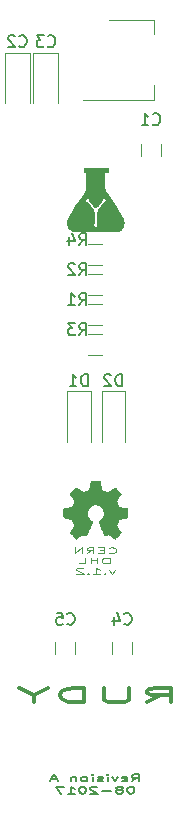
<source format=gbo>
G04 #@! TF.FileFunction,Legend,Bot*
%FSLAX46Y46*%
G04 Gerber Fmt 4.6, Leading zero omitted, Abs format (unit mm)*
G04 Created by KiCad (PCBNEW 4.0.7-e1-6374~58~ubuntu16.04.1) date Thu Aug 10 00:36:04 2017*
%MOMM*%
%LPD*%
G01*
G04 APERTURE LIST*
%ADD10C,0.100000*%
%ADD11C,0.125000*%
%ADD12C,0.300000*%
%ADD13C,0.150000*%
%ADD14C,0.120000*%
%ADD15C,0.010000*%
G04 APERTURE END LIST*
D10*
D11*
X77366666Y-101411571D02*
X77414285Y-101435381D01*
X77557142Y-101459190D01*
X77652380Y-101459190D01*
X77795238Y-101435381D01*
X77890476Y-101387762D01*
X77938095Y-101340143D01*
X77985714Y-101244905D01*
X77985714Y-101173476D01*
X77938095Y-101078238D01*
X77890476Y-101030619D01*
X77795238Y-100983000D01*
X77652380Y-100959190D01*
X77557142Y-100959190D01*
X77414285Y-100983000D01*
X77366666Y-101006810D01*
X76938095Y-101197286D02*
X76604761Y-101197286D01*
X76461904Y-101459190D02*
X76938095Y-101459190D01*
X76938095Y-100959190D01*
X76461904Y-100959190D01*
X75461904Y-101459190D02*
X75795238Y-101221095D01*
X76033333Y-101459190D02*
X76033333Y-100959190D01*
X75652380Y-100959190D01*
X75557142Y-100983000D01*
X75509523Y-101006810D01*
X75461904Y-101054429D01*
X75461904Y-101125857D01*
X75509523Y-101173476D01*
X75557142Y-101197286D01*
X75652380Y-101221095D01*
X76033333Y-101221095D01*
X75033333Y-101459190D02*
X75033333Y-100959190D01*
X74461904Y-101459190D01*
X74461904Y-100959190D01*
X77223810Y-101834190D02*
X77033333Y-101834190D01*
X76938095Y-101858000D01*
X76842857Y-101905619D01*
X76795238Y-102000857D01*
X76795238Y-102167524D01*
X76842857Y-102262762D01*
X76938095Y-102310381D01*
X77033333Y-102334190D01*
X77223810Y-102334190D01*
X77319048Y-102310381D01*
X77414286Y-102262762D01*
X77461905Y-102167524D01*
X77461905Y-102000857D01*
X77414286Y-101905619D01*
X77319048Y-101858000D01*
X77223810Y-101834190D01*
X76366667Y-102334190D02*
X76366667Y-101834190D01*
X76366667Y-102072286D02*
X75795238Y-102072286D01*
X75795238Y-102334190D02*
X75795238Y-101834190D01*
X74842857Y-102334190D02*
X75319048Y-102334190D01*
X75319048Y-101834190D01*
X77866666Y-102875857D02*
X77628571Y-103209190D01*
X77390475Y-102875857D01*
X77009523Y-103161571D02*
X76961904Y-103185381D01*
X77009523Y-103209190D01*
X77057142Y-103185381D01*
X77009523Y-103161571D01*
X77009523Y-103209190D01*
X76009523Y-103209190D02*
X76580952Y-103209190D01*
X76295238Y-103209190D02*
X76295238Y-102709190D01*
X76390476Y-102780619D01*
X76485714Y-102828238D01*
X76580952Y-102852048D01*
X75580952Y-103161571D02*
X75533333Y-103185381D01*
X75580952Y-103209190D01*
X75628571Y-103185381D01*
X75580952Y-103161571D01*
X75580952Y-103209190D01*
X75152381Y-102756810D02*
X75104762Y-102733000D01*
X75009524Y-102709190D01*
X74771428Y-102709190D01*
X74676190Y-102733000D01*
X74628571Y-102756810D01*
X74580952Y-102804429D01*
X74580952Y-102852048D01*
X74628571Y-102923476D01*
X75200000Y-103209190D01*
X74580952Y-103209190D01*
D12*
X80568285Y-114080857D02*
X81768285Y-113509429D01*
X82625428Y-114080857D02*
X82625428Y-112880857D01*
X81254000Y-112880857D01*
X80911142Y-112938000D01*
X80739714Y-112995143D01*
X80568285Y-113109429D01*
X80568285Y-113280857D01*
X80739714Y-113395143D01*
X80911142Y-113452286D01*
X81254000Y-113509429D01*
X82625428Y-113509429D01*
X79025428Y-112880857D02*
X79025428Y-113852286D01*
X78854000Y-113966571D01*
X78682571Y-114023714D01*
X78339714Y-114080857D01*
X77654000Y-114080857D01*
X77311142Y-114023714D01*
X77139714Y-113966571D01*
X76968285Y-113852286D01*
X76968285Y-112880857D01*
X75253999Y-114080857D02*
X75253999Y-112880857D01*
X74396856Y-112880857D01*
X73882571Y-112938000D01*
X73539713Y-113052286D01*
X73368285Y-113166571D01*
X73196856Y-113395143D01*
X73196856Y-113566571D01*
X73368285Y-113795143D01*
X73539713Y-113909429D01*
X73882571Y-114023714D01*
X74396856Y-114080857D01*
X75253999Y-114080857D01*
X70968285Y-113509429D02*
X70968285Y-114080857D01*
X72168285Y-112880857D02*
X70968285Y-113509429D01*
X69768285Y-112880857D01*
D13*
X79295238Y-120777429D02*
X79628572Y-120491714D01*
X79866667Y-120777429D02*
X79866667Y-120177429D01*
X79485714Y-120177429D01*
X79390476Y-120206000D01*
X79342857Y-120234571D01*
X79295238Y-120291714D01*
X79295238Y-120377429D01*
X79342857Y-120434571D01*
X79390476Y-120463143D01*
X79485714Y-120491714D01*
X79866667Y-120491714D01*
X78485714Y-120748857D02*
X78580952Y-120777429D01*
X78771429Y-120777429D01*
X78866667Y-120748857D01*
X78914286Y-120691714D01*
X78914286Y-120463143D01*
X78866667Y-120406000D01*
X78771429Y-120377429D01*
X78580952Y-120377429D01*
X78485714Y-120406000D01*
X78438095Y-120463143D01*
X78438095Y-120520286D01*
X78914286Y-120577429D01*
X78104762Y-120377429D02*
X77866667Y-120777429D01*
X77628571Y-120377429D01*
X77247619Y-120777429D02*
X77247619Y-120377429D01*
X77247619Y-120177429D02*
X77295238Y-120206000D01*
X77247619Y-120234571D01*
X77200000Y-120206000D01*
X77247619Y-120177429D01*
X77247619Y-120234571D01*
X76819048Y-120748857D02*
X76723810Y-120777429D01*
X76533334Y-120777429D01*
X76438095Y-120748857D01*
X76390476Y-120691714D01*
X76390476Y-120663143D01*
X76438095Y-120606000D01*
X76533334Y-120577429D01*
X76676191Y-120577429D01*
X76771429Y-120548857D01*
X76819048Y-120491714D01*
X76819048Y-120463143D01*
X76771429Y-120406000D01*
X76676191Y-120377429D01*
X76533334Y-120377429D01*
X76438095Y-120406000D01*
X75961905Y-120777429D02*
X75961905Y-120377429D01*
X75961905Y-120177429D02*
X76009524Y-120206000D01*
X75961905Y-120234571D01*
X75914286Y-120206000D01*
X75961905Y-120177429D01*
X75961905Y-120234571D01*
X75342858Y-120777429D02*
X75438096Y-120748857D01*
X75485715Y-120720286D01*
X75533334Y-120663143D01*
X75533334Y-120491714D01*
X75485715Y-120434571D01*
X75438096Y-120406000D01*
X75342858Y-120377429D01*
X75200000Y-120377429D01*
X75104762Y-120406000D01*
X75057143Y-120434571D01*
X75009524Y-120491714D01*
X75009524Y-120663143D01*
X75057143Y-120720286D01*
X75104762Y-120748857D01*
X75200000Y-120777429D01*
X75342858Y-120777429D01*
X74580953Y-120377429D02*
X74580953Y-120777429D01*
X74580953Y-120434571D02*
X74533334Y-120406000D01*
X74438096Y-120377429D01*
X74295238Y-120377429D01*
X74200000Y-120406000D01*
X74152381Y-120463143D01*
X74152381Y-120777429D01*
X72961905Y-120606000D02*
X72485714Y-120606000D01*
X73057143Y-120777429D02*
X72723810Y-120177429D01*
X72390476Y-120777429D01*
X79247619Y-121227429D02*
X79152380Y-121227429D01*
X79057142Y-121256000D01*
X79009523Y-121284571D01*
X78961904Y-121341714D01*
X78914285Y-121456000D01*
X78914285Y-121598857D01*
X78961904Y-121713143D01*
X79009523Y-121770286D01*
X79057142Y-121798857D01*
X79152380Y-121827429D01*
X79247619Y-121827429D01*
X79342857Y-121798857D01*
X79390476Y-121770286D01*
X79438095Y-121713143D01*
X79485714Y-121598857D01*
X79485714Y-121456000D01*
X79438095Y-121341714D01*
X79390476Y-121284571D01*
X79342857Y-121256000D01*
X79247619Y-121227429D01*
X78342857Y-121484571D02*
X78438095Y-121456000D01*
X78485714Y-121427429D01*
X78533333Y-121370286D01*
X78533333Y-121341714D01*
X78485714Y-121284571D01*
X78438095Y-121256000D01*
X78342857Y-121227429D01*
X78152380Y-121227429D01*
X78057142Y-121256000D01*
X78009523Y-121284571D01*
X77961904Y-121341714D01*
X77961904Y-121370286D01*
X78009523Y-121427429D01*
X78057142Y-121456000D01*
X78152380Y-121484571D01*
X78342857Y-121484571D01*
X78438095Y-121513143D01*
X78485714Y-121541714D01*
X78533333Y-121598857D01*
X78533333Y-121713143D01*
X78485714Y-121770286D01*
X78438095Y-121798857D01*
X78342857Y-121827429D01*
X78152380Y-121827429D01*
X78057142Y-121798857D01*
X78009523Y-121770286D01*
X77961904Y-121713143D01*
X77961904Y-121598857D01*
X78009523Y-121541714D01*
X78057142Y-121513143D01*
X78152380Y-121484571D01*
X77533333Y-121598857D02*
X76771428Y-121598857D01*
X76342857Y-121284571D02*
X76295238Y-121256000D01*
X76200000Y-121227429D01*
X75961904Y-121227429D01*
X75866666Y-121256000D01*
X75819047Y-121284571D01*
X75771428Y-121341714D01*
X75771428Y-121398857D01*
X75819047Y-121484571D01*
X76390476Y-121827429D01*
X75771428Y-121827429D01*
X75152381Y-121227429D02*
X75057142Y-121227429D01*
X74961904Y-121256000D01*
X74914285Y-121284571D01*
X74866666Y-121341714D01*
X74819047Y-121456000D01*
X74819047Y-121598857D01*
X74866666Y-121713143D01*
X74914285Y-121770286D01*
X74961904Y-121798857D01*
X75057142Y-121827429D01*
X75152381Y-121827429D01*
X75247619Y-121798857D01*
X75295238Y-121770286D01*
X75342857Y-121713143D01*
X75390476Y-121598857D01*
X75390476Y-121456000D01*
X75342857Y-121341714D01*
X75295238Y-121284571D01*
X75247619Y-121256000D01*
X75152381Y-121227429D01*
X73866666Y-121827429D02*
X74438095Y-121827429D01*
X74152381Y-121827429D02*
X74152381Y-121227429D01*
X74247619Y-121313143D01*
X74342857Y-121370286D01*
X74438095Y-121398857D01*
X73533333Y-121227429D02*
X72866666Y-121227429D01*
X73295238Y-121827429D01*
D14*
X81158000Y-56280000D02*
X81158000Y-57540000D01*
X81158000Y-63100000D02*
X81158000Y-61840000D01*
X77398000Y-56280000D02*
X81158000Y-56280000D01*
X75148000Y-63100000D02*
X81158000Y-63100000D01*
D15*
G36*
X75744809Y-95736268D02*
X75723751Y-95845093D01*
X75703740Y-95941889D01*
X75686070Y-96020902D01*
X75672034Y-96076376D01*
X75662927Y-96102558D01*
X75662243Y-96103442D01*
X75639599Y-96116347D01*
X75590846Y-96138961D01*
X75523793Y-96168091D01*
X75446248Y-96200548D01*
X75366017Y-96233141D01*
X75290908Y-96262679D01*
X75228729Y-96285972D01*
X75187288Y-96299828D01*
X75175678Y-96302285D01*
X75155093Y-96292444D01*
X75109774Y-96265070D01*
X75044752Y-96223389D01*
X74965056Y-96170623D01*
X74875716Y-96109999D01*
X74875091Y-96109570D01*
X74785212Y-96048245D01*
X74704603Y-95993950D01*
X74638416Y-95950099D01*
X74591801Y-95920104D01*
X74569976Y-95907404D01*
X74550031Y-95916654D01*
X74510154Y-95947759D01*
X74455123Y-95996001D01*
X74389713Y-96056661D01*
X74318699Y-96125019D01*
X74246859Y-96196356D01*
X74178968Y-96265953D01*
X74119802Y-96329091D01*
X74074136Y-96381051D01*
X74046748Y-96417113D01*
X74041000Y-96430094D01*
X74050846Y-96453548D01*
X74078222Y-96501508D01*
X74119877Y-96568728D01*
X74172566Y-96649963D01*
X74231500Y-96737714D01*
X74291732Y-96827130D01*
X74344130Y-96907146D01*
X74385461Y-96972642D01*
X74412494Y-97018499D01*
X74422000Y-97039477D01*
X74415017Y-97064060D01*
X74396231Y-97114087D01*
X74368884Y-97181984D01*
X74336220Y-97260175D01*
X74301483Y-97341086D01*
X74267914Y-97417143D01*
X74238757Y-97480769D01*
X74217255Y-97524391D01*
X74207824Y-97539718D01*
X74188028Y-97545918D01*
X74139268Y-97557458D01*
X74068243Y-97572993D01*
X73981656Y-97591179D01*
X73886204Y-97610671D01*
X73788589Y-97630122D01*
X73695511Y-97648188D01*
X73613670Y-97663524D01*
X73549767Y-97674785D01*
X73510501Y-97680624D01*
X73503412Y-97681142D01*
X73499612Y-97698190D01*
X73497066Y-97745001D01*
X73495676Y-97815078D01*
X73495344Y-97901925D01*
X73495972Y-97999045D01*
X73497462Y-98099941D01*
X73499715Y-98198115D01*
X73502634Y-98287071D01*
X73506120Y-98360312D01*
X73510075Y-98411341D01*
X73514402Y-98433660D01*
X73514783Y-98434026D01*
X73537726Y-98440843D01*
X73590277Y-98452889D01*
X73666350Y-98468879D01*
X73759855Y-98487528D01*
X73851774Y-98505128D01*
X73957703Y-98526164D01*
X74051016Y-98546844D01*
X74125664Y-98565662D01*
X74175599Y-98581112D01*
X74193928Y-98590281D01*
X74208774Y-98615836D01*
X74232977Y-98667538D01*
X74263428Y-98737671D01*
X74297019Y-98818523D01*
X74330639Y-98902379D01*
X74361180Y-98981524D01*
X74385531Y-99048244D01*
X74400584Y-99094825D01*
X74403924Y-99111280D01*
X74394015Y-99133430D01*
X74366571Y-99179938D01*
X74324949Y-99245495D01*
X74272508Y-99324789D01*
X74222428Y-99398309D01*
X74163378Y-99485576D01*
X74112364Y-99564174D01*
X74072762Y-99628640D01*
X74047948Y-99673510D01*
X74041000Y-99691985D01*
X74053230Y-99712351D01*
X74086736Y-99752965D01*
X74136735Y-99808912D01*
X74198448Y-99875276D01*
X74267095Y-99947141D01*
X74337895Y-100019592D01*
X74406067Y-100087714D01*
X74466832Y-100146591D01*
X74515409Y-100191307D01*
X74547017Y-100216947D01*
X74555606Y-100221142D01*
X74574914Y-100211351D01*
X74618768Y-100184239D01*
X74681920Y-100143201D01*
X74759125Y-100091631D01*
X74822804Y-100048283D01*
X74908412Y-99990064D01*
X74985134Y-99938835D01*
X75047337Y-99898283D01*
X75089391Y-99872096D01*
X75103985Y-99864221D01*
X75133877Y-99866289D01*
X75185586Y-99882317D01*
X75248972Y-99909083D01*
X75256571Y-99912714D01*
X75319308Y-99940329D01*
X75371419Y-99958316D01*
X75402888Y-99963303D01*
X75405160Y-99962740D01*
X75416045Y-99945102D01*
X75438785Y-99898592D01*
X75471384Y-99827873D01*
X75511846Y-99737611D01*
X75558171Y-99632469D01*
X75608365Y-99517113D01*
X75660429Y-99396206D01*
X75712366Y-99274414D01*
X75762179Y-99156401D01*
X75807872Y-99046830D01*
X75847446Y-98950368D01*
X75878906Y-98871677D01*
X75900253Y-98815424D01*
X75909491Y-98786271D01*
X75909714Y-98784293D01*
X75896123Y-98769203D01*
X75859831Y-98738455D01*
X75807560Y-98697624D01*
X75783416Y-98679520D01*
X75656974Y-98565957D01*
X75560724Y-98437705D01*
X75494961Y-98298855D01*
X75459980Y-98153502D01*
X75456076Y-98005738D01*
X75483544Y-97859657D01*
X75542679Y-97719351D01*
X75633776Y-97588914D01*
X75699880Y-97520767D01*
X75825002Y-97427706D01*
X75959407Y-97366607D01*
X76099049Y-97335683D01*
X76239879Y-97333147D01*
X76377849Y-97357214D01*
X76508911Y-97406097D01*
X76629017Y-97478010D01*
X76734119Y-97571166D01*
X76820168Y-97683780D01*
X76883117Y-97814065D01*
X76918918Y-97960234D01*
X76925714Y-98061690D01*
X76908563Y-98224205D01*
X76857460Y-98374416D01*
X76772931Y-98511330D01*
X76655503Y-98633954D01*
X76598441Y-98679520D01*
X76541617Y-98722844D01*
X76498054Y-98758341D01*
X76474474Y-98780434D01*
X76472142Y-98784293D01*
X76479045Y-98808308D01*
X76498421Y-98860231D01*
X76528270Y-98935397D01*
X76566595Y-99029140D01*
X76611396Y-99136797D01*
X76660675Y-99253702D01*
X76712432Y-99375192D01*
X76764670Y-99496601D01*
X76815389Y-99613265D01*
X76862590Y-99720520D01*
X76904274Y-99813700D01*
X76938444Y-99888142D01*
X76963099Y-99939180D01*
X76976241Y-99962150D01*
X76977197Y-99962932D01*
X77004709Y-99959966D01*
X77054543Y-99943240D01*
X77117037Y-99916132D01*
X77132124Y-99908813D01*
X77261357Y-99844833D01*
X77536376Y-100032988D01*
X77624558Y-100092766D01*
X77702727Y-100144710D01*
X77765876Y-100185579D01*
X77809000Y-100212131D01*
X77826904Y-100221142D01*
X77843947Y-100208869D01*
X77882268Y-100174674D01*
X77937689Y-100122498D01*
X78006035Y-100056279D01*
X78083129Y-99979957D01*
X78091636Y-99971443D01*
X78168889Y-99892546D01*
X78236399Y-99820740D01*
X78290193Y-99760488D01*
X78326302Y-99716248D01*
X78340754Y-99692481D01*
X78340857Y-99691507D01*
X78330935Y-99667287D01*
X78303420Y-99618905D01*
X78261685Y-99551814D01*
X78209104Y-99471467D01*
X78159428Y-99398309D01*
X78100480Y-99311564D01*
X78049525Y-99234086D01*
X78009920Y-99171187D01*
X77985023Y-99128174D01*
X77977932Y-99111280D01*
X77984666Y-99083298D01*
X78002865Y-99029799D01*
X78029420Y-98958499D01*
X78061222Y-98877112D01*
X78095162Y-98793352D01*
X78128130Y-98714933D01*
X78157016Y-98649570D01*
X78178712Y-98604977D01*
X78187928Y-98590281D01*
X78212833Y-98578757D01*
X78267456Y-98562619D01*
X78345750Y-98543373D01*
X78441667Y-98522525D01*
X78530083Y-98505128D01*
X78633897Y-98485201D01*
X78725639Y-98466802D01*
X78799219Y-98451216D01*
X78848551Y-98439728D01*
X78867073Y-98434026D01*
X78871426Y-98414447D01*
X78875417Y-98365606D01*
X78878947Y-98294002D01*
X78881918Y-98206129D01*
X78884231Y-98108486D01*
X78885789Y-98007569D01*
X78886494Y-97909875D01*
X78886247Y-97821902D01*
X78884952Y-97750146D01*
X78882509Y-97701104D01*
X78878819Y-97681273D01*
X78878445Y-97681142D01*
X78850351Y-97677727D01*
X78795062Y-97668377D01*
X78719278Y-97654438D01*
X78629699Y-97637256D01*
X78533025Y-97618174D01*
X78435957Y-97598539D01*
X78345195Y-97579696D01*
X78267439Y-97562990D01*
X78209389Y-97549766D01*
X78177745Y-97541369D01*
X78174033Y-97539718D01*
X78160856Y-97517215D01*
X78137466Y-97468733D01*
X78107106Y-97401847D01*
X78073020Y-97324134D01*
X78038450Y-97243166D01*
X78006640Y-97166519D01*
X77980832Y-97101769D01*
X77964271Y-97056488D01*
X77959857Y-97039477D01*
X77969673Y-97017933D01*
X77996967Y-96971713D01*
X78038506Y-96905937D01*
X78091058Y-96825726D01*
X78150357Y-96737714D01*
X78210680Y-96647858D01*
X78263139Y-96566901D01*
X78304485Y-96500089D01*
X78331472Y-96452664D01*
X78340857Y-96430094D01*
X78328514Y-96407438D01*
X78294668Y-96365698D01*
X78244096Y-96309592D01*
X78181574Y-96243840D01*
X78111878Y-96173160D01*
X78039782Y-96102273D01*
X77970065Y-96035897D01*
X77907500Y-95978751D01*
X77856865Y-95935555D01*
X77822935Y-95911027D01*
X77811880Y-95907404D01*
X77789763Y-95920287D01*
X77742964Y-95950411D01*
X77676636Y-95994363D01*
X77595928Y-96048730D01*
X77506765Y-96109570D01*
X77417377Y-96170236D01*
X77337599Y-96223066D01*
X77272461Y-96264833D01*
X77226993Y-96292314D01*
X77206223Y-96302285D01*
X77206178Y-96302285D01*
X77180774Y-96295555D01*
X77129988Y-96277490D01*
X77061629Y-96251282D01*
X76983504Y-96220121D01*
X76903420Y-96187199D01*
X76829186Y-96155705D01*
X76768608Y-96128831D01*
X76729495Y-96109768D01*
X76719614Y-96103442D01*
X76711168Y-96081066D01*
X76697643Y-96028724D01*
X76680331Y-95952170D01*
X76660527Y-95857158D01*
X76639525Y-95749444D01*
X76637048Y-95736268D01*
X76571458Y-95386071D01*
X75810398Y-95386071D01*
X75744809Y-95736268D01*
X75744809Y-95736268D01*
G37*
X75744809Y-95736268D02*
X75723751Y-95845093D01*
X75703740Y-95941889D01*
X75686070Y-96020902D01*
X75672034Y-96076376D01*
X75662927Y-96102558D01*
X75662243Y-96103442D01*
X75639599Y-96116347D01*
X75590846Y-96138961D01*
X75523793Y-96168091D01*
X75446248Y-96200548D01*
X75366017Y-96233141D01*
X75290908Y-96262679D01*
X75228729Y-96285972D01*
X75187288Y-96299828D01*
X75175678Y-96302285D01*
X75155093Y-96292444D01*
X75109774Y-96265070D01*
X75044752Y-96223389D01*
X74965056Y-96170623D01*
X74875716Y-96109999D01*
X74875091Y-96109570D01*
X74785212Y-96048245D01*
X74704603Y-95993950D01*
X74638416Y-95950099D01*
X74591801Y-95920104D01*
X74569976Y-95907404D01*
X74550031Y-95916654D01*
X74510154Y-95947759D01*
X74455123Y-95996001D01*
X74389713Y-96056661D01*
X74318699Y-96125019D01*
X74246859Y-96196356D01*
X74178968Y-96265953D01*
X74119802Y-96329091D01*
X74074136Y-96381051D01*
X74046748Y-96417113D01*
X74041000Y-96430094D01*
X74050846Y-96453548D01*
X74078222Y-96501508D01*
X74119877Y-96568728D01*
X74172566Y-96649963D01*
X74231500Y-96737714D01*
X74291732Y-96827130D01*
X74344130Y-96907146D01*
X74385461Y-96972642D01*
X74412494Y-97018499D01*
X74422000Y-97039477D01*
X74415017Y-97064060D01*
X74396231Y-97114087D01*
X74368884Y-97181984D01*
X74336220Y-97260175D01*
X74301483Y-97341086D01*
X74267914Y-97417143D01*
X74238757Y-97480769D01*
X74217255Y-97524391D01*
X74207824Y-97539718D01*
X74188028Y-97545918D01*
X74139268Y-97557458D01*
X74068243Y-97572993D01*
X73981656Y-97591179D01*
X73886204Y-97610671D01*
X73788589Y-97630122D01*
X73695511Y-97648188D01*
X73613670Y-97663524D01*
X73549767Y-97674785D01*
X73510501Y-97680624D01*
X73503412Y-97681142D01*
X73499612Y-97698190D01*
X73497066Y-97745001D01*
X73495676Y-97815078D01*
X73495344Y-97901925D01*
X73495972Y-97999045D01*
X73497462Y-98099941D01*
X73499715Y-98198115D01*
X73502634Y-98287071D01*
X73506120Y-98360312D01*
X73510075Y-98411341D01*
X73514402Y-98433660D01*
X73514783Y-98434026D01*
X73537726Y-98440843D01*
X73590277Y-98452889D01*
X73666350Y-98468879D01*
X73759855Y-98487528D01*
X73851774Y-98505128D01*
X73957703Y-98526164D01*
X74051016Y-98546844D01*
X74125664Y-98565662D01*
X74175599Y-98581112D01*
X74193928Y-98590281D01*
X74208774Y-98615836D01*
X74232977Y-98667538D01*
X74263428Y-98737671D01*
X74297019Y-98818523D01*
X74330639Y-98902379D01*
X74361180Y-98981524D01*
X74385531Y-99048244D01*
X74400584Y-99094825D01*
X74403924Y-99111280D01*
X74394015Y-99133430D01*
X74366571Y-99179938D01*
X74324949Y-99245495D01*
X74272508Y-99324789D01*
X74222428Y-99398309D01*
X74163378Y-99485576D01*
X74112364Y-99564174D01*
X74072762Y-99628640D01*
X74047948Y-99673510D01*
X74041000Y-99691985D01*
X74053230Y-99712351D01*
X74086736Y-99752965D01*
X74136735Y-99808912D01*
X74198448Y-99875276D01*
X74267095Y-99947141D01*
X74337895Y-100019592D01*
X74406067Y-100087714D01*
X74466832Y-100146591D01*
X74515409Y-100191307D01*
X74547017Y-100216947D01*
X74555606Y-100221142D01*
X74574914Y-100211351D01*
X74618768Y-100184239D01*
X74681920Y-100143201D01*
X74759125Y-100091631D01*
X74822804Y-100048283D01*
X74908412Y-99990064D01*
X74985134Y-99938835D01*
X75047337Y-99898283D01*
X75089391Y-99872096D01*
X75103985Y-99864221D01*
X75133877Y-99866289D01*
X75185586Y-99882317D01*
X75248972Y-99909083D01*
X75256571Y-99912714D01*
X75319308Y-99940329D01*
X75371419Y-99958316D01*
X75402888Y-99963303D01*
X75405160Y-99962740D01*
X75416045Y-99945102D01*
X75438785Y-99898592D01*
X75471384Y-99827873D01*
X75511846Y-99737611D01*
X75558171Y-99632469D01*
X75608365Y-99517113D01*
X75660429Y-99396206D01*
X75712366Y-99274414D01*
X75762179Y-99156401D01*
X75807872Y-99046830D01*
X75847446Y-98950368D01*
X75878906Y-98871677D01*
X75900253Y-98815424D01*
X75909491Y-98786271D01*
X75909714Y-98784293D01*
X75896123Y-98769203D01*
X75859831Y-98738455D01*
X75807560Y-98697624D01*
X75783416Y-98679520D01*
X75656974Y-98565957D01*
X75560724Y-98437705D01*
X75494961Y-98298855D01*
X75459980Y-98153502D01*
X75456076Y-98005738D01*
X75483544Y-97859657D01*
X75542679Y-97719351D01*
X75633776Y-97588914D01*
X75699880Y-97520767D01*
X75825002Y-97427706D01*
X75959407Y-97366607D01*
X76099049Y-97335683D01*
X76239879Y-97333147D01*
X76377849Y-97357214D01*
X76508911Y-97406097D01*
X76629017Y-97478010D01*
X76734119Y-97571166D01*
X76820168Y-97683780D01*
X76883117Y-97814065D01*
X76918918Y-97960234D01*
X76925714Y-98061690D01*
X76908563Y-98224205D01*
X76857460Y-98374416D01*
X76772931Y-98511330D01*
X76655503Y-98633954D01*
X76598441Y-98679520D01*
X76541617Y-98722844D01*
X76498054Y-98758341D01*
X76474474Y-98780434D01*
X76472142Y-98784293D01*
X76479045Y-98808308D01*
X76498421Y-98860231D01*
X76528270Y-98935397D01*
X76566595Y-99029140D01*
X76611396Y-99136797D01*
X76660675Y-99253702D01*
X76712432Y-99375192D01*
X76764670Y-99496601D01*
X76815389Y-99613265D01*
X76862590Y-99720520D01*
X76904274Y-99813700D01*
X76938444Y-99888142D01*
X76963099Y-99939180D01*
X76976241Y-99962150D01*
X76977197Y-99962932D01*
X77004709Y-99959966D01*
X77054543Y-99943240D01*
X77117037Y-99916132D01*
X77132124Y-99908813D01*
X77261357Y-99844833D01*
X77536376Y-100032988D01*
X77624558Y-100092766D01*
X77702727Y-100144710D01*
X77765876Y-100185579D01*
X77809000Y-100212131D01*
X77826904Y-100221142D01*
X77843947Y-100208869D01*
X77882268Y-100174674D01*
X77937689Y-100122498D01*
X78006035Y-100056279D01*
X78083129Y-99979957D01*
X78091636Y-99971443D01*
X78168889Y-99892546D01*
X78236399Y-99820740D01*
X78290193Y-99760488D01*
X78326302Y-99716248D01*
X78340754Y-99692481D01*
X78340857Y-99691507D01*
X78330935Y-99667287D01*
X78303420Y-99618905D01*
X78261685Y-99551814D01*
X78209104Y-99471467D01*
X78159428Y-99398309D01*
X78100480Y-99311564D01*
X78049525Y-99234086D01*
X78009920Y-99171187D01*
X77985023Y-99128174D01*
X77977932Y-99111280D01*
X77984666Y-99083298D01*
X78002865Y-99029799D01*
X78029420Y-98958499D01*
X78061222Y-98877112D01*
X78095162Y-98793352D01*
X78128130Y-98714933D01*
X78157016Y-98649570D01*
X78178712Y-98604977D01*
X78187928Y-98590281D01*
X78212833Y-98578757D01*
X78267456Y-98562619D01*
X78345750Y-98543373D01*
X78441667Y-98522525D01*
X78530083Y-98505128D01*
X78633897Y-98485201D01*
X78725639Y-98466802D01*
X78799219Y-98451216D01*
X78848551Y-98439728D01*
X78867073Y-98434026D01*
X78871426Y-98414447D01*
X78875417Y-98365606D01*
X78878947Y-98294002D01*
X78881918Y-98206129D01*
X78884231Y-98108486D01*
X78885789Y-98007569D01*
X78886494Y-97909875D01*
X78886247Y-97821902D01*
X78884952Y-97750146D01*
X78882509Y-97701104D01*
X78878819Y-97681273D01*
X78878445Y-97681142D01*
X78850351Y-97677727D01*
X78795062Y-97668377D01*
X78719278Y-97654438D01*
X78629699Y-97637256D01*
X78533025Y-97618174D01*
X78435957Y-97598539D01*
X78345195Y-97579696D01*
X78267439Y-97562990D01*
X78209389Y-97549766D01*
X78177745Y-97541369D01*
X78174033Y-97539718D01*
X78160856Y-97517215D01*
X78137466Y-97468733D01*
X78107106Y-97401847D01*
X78073020Y-97324134D01*
X78038450Y-97243166D01*
X78006640Y-97166519D01*
X77980832Y-97101769D01*
X77964271Y-97056488D01*
X77959857Y-97039477D01*
X77969673Y-97017933D01*
X77996967Y-96971713D01*
X78038506Y-96905937D01*
X78091058Y-96825726D01*
X78150357Y-96737714D01*
X78210680Y-96647858D01*
X78263139Y-96566901D01*
X78304485Y-96500089D01*
X78331472Y-96452664D01*
X78340857Y-96430094D01*
X78328514Y-96407438D01*
X78294668Y-96365698D01*
X78244096Y-96309592D01*
X78181574Y-96243840D01*
X78111878Y-96173160D01*
X78039782Y-96102273D01*
X77970065Y-96035897D01*
X77907500Y-95978751D01*
X77856865Y-95935555D01*
X77822935Y-95911027D01*
X77811880Y-95907404D01*
X77789763Y-95920287D01*
X77742964Y-95950411D01*
X77676636Y-95994363D01*
X77595928Y-96048730D01*
X77506765Y-96109570D01*
X77417377Y-96170236D01*
X77337599Y-96223066D01*
X77272461Y-96264833D01*
X77226993Y-96292314D01*
X77206223Y-96302285D01*
X77206178Y-96302285D01*
X77180774Y-96295555D01*
X77129988Y-96277490D01*
X77061629Y-96251282D01*
X76983504Y-96220121D01*
X76903420Y-96187199D01*
X76829186Y-96155705D01*
X76768608Y-96128831D01*
X76729495Y-96109768D01*
X76719614Y-96103442D01*
X76711168Y-96081066D01*
X76697643Y-96028724D01*
X76680331Y-95952170D01*
X76660527Y-95857158D01*
X76639525Y-95749444D01*
X76637048Y-95736268D01*
X76571458Y-95386071D01*
X75810398Y-95386071D01*
X75744809Y-95736268D01*
D14*
X80049000Y-67810000D02*
X80049000Y-66810000D01*
X81749000Y-66810000D02*
X81749000Y-67810000D01*
X68546000Y-59072000D02*
X68546000Y-63322000D01*
X70646000Y-59072000D02*
X70646000Y-63322000D01*
X68546000Y-59072000D02*
X70646000Y-59072000D01*
X70959000Y-59072000D02*
X70959000Y-63322000D01*
X73059000Y-59072000D02*
X73059000Y-63322000D01*
X70959000Y-59072000D02*
X73059000Y-59072000D01*
X77636000Y-109974000D02*
X77636000Y-108974000D01*
X79336000Y-108974000D02*
X79336000Y-109974000D01*
X72810000Y-109974000D02*
X72810000Y-108974000D01*
X74510000Y-108974000D02*
X74510000Y-109974000D01*
X73803000Y-92047000D02*
X73803000Y-87747000D01*
X73803000Y-87747000D02*
X75803000Y-87747000D01*
X75803000Y-87747000D02*
X75803000Y-92047000D01*
X76724000Y-92047000D02*
X76724000Y-87747000D01*
X76724000Y-87747000D02*
X78724000Y-87747000D01*
X78724000Y-87747000D02*
X78724000Y-92047000D01*
X76800000Y-80400000D02*
X75600000Y-80400000D01*
X75600000Y-82160000D02*
X76800000Y-82160000D01*
X76800000Y-77860000D02*
X75600000Y-77860000D01*
X75600000Y-79620000D02*
X76800000Y-79620000D01*
X76800000Y-82940000D02*
X75600000Y-82940000D01*
X75600000Y-84700000D02*
X76800000Y-84700000D01*
X75600000Y-77080000D02*
X76800000Y-77080000D01*
X76800000Y-75320000D02*
X75600000Y-75320000D01*
D15*
G36*
X76075056Y-68833043D02*
X75951056Y-68833391D01*
X75831088Y-68833938D01*
X75716952Y-68834684D01*
X75610448Y-68835631D01*
X75513376Y-68836778D01*
X75427535Y-68838124D01*
X75354725Y-68839670D01*
X75296747Y-68841416D01*
X75255400Y-68843361D01*
X75232484Y-68845506D01*
X75228450Y-68846700D01*
X75222682Y-68862130D01*
X75218694Y-68895726D01*
X75216411Y-68948499D01*
X75215750Y-69014393D01*
X75216018Y-69081965D01*
X75218088Y-69131256D01*
X75223860Y-69165147D01*
X75235234Y-69186523D01*
X75254110Y-69198268D01*
X75282387Y-69203265D01*
X75321965Y-69204399D01*
X75340938Y-69204416D01*
X75427417Y-69204416D01*
X75427417Y-70694517D01*
X75395199Y-70755763D01*
X75366218Y-70806399D01*
X75324308Y-70872820D01*
X75269898Y-70954394D01*
X75203419Y-71050490D01*
X75125300Y-71160474D01*
X75039599Y-71278750D01*
X74915131Y-71450969D01*
X74801375Y-71612550D01*
X74694919Y-71768624D01*
X74592353Y-71924317D01*
X74490265Y-72084760D01*
X74385244Y-72255080D01*
X74335655Y-72337083D01*
X74289332Y-72414607D01*
X74239570Y-72498790D01*
X74187909Y-72586945D01*
X74135895Y-72676388D01*
X74085068Y-72764432D01*
X74036973Y-72848393D01*
X73993152Y-72925584D01*
X73955148Y-72993321D01*
X73924505Y-73048918D01*
X73902764Y-73089690D01*
X73898888Y-73097276D01*
X73855159Y-73204856D01*
X73825837Y-73322593D01*
X73811521Y-73444955D01*
X73812807Y-73566407D01*
X73830292Y-73681417D01*
X73834158Y-73697041D01*
X73868225Y-73795908D01*
X73916320Y-73889359D01*
X73975682Y-73973429D01*
X74043548Y-74044155D01*
X74110480Y-74093645D01*
X74124769Y-74102551D01*
X74137386Y-74110705D01*
X74149271Y-74118143D01*
X74161365Y-74124895D01*
X74174608Y-74130995D01*
X74189941Y-74136477D01*
X74208303Y-74141372D01*
X74230635Y-74145714D01*
X74257878Y-74149536D01*
X74290971Y-74152870D01*
X74330855Y-74155750D01*
X74378470Y-74158208D01*
X74434757Y-74160278D01*
X74500656Y-74161992D01*
X74577108Y-74163383D01*
X74665051Y-74164485D01*
X74765428Y-74165329D01*
X74879178Y-74165949D01*
X75007242Y-74166378D01*
X75150559Y-74166649D01*
X75310071Y-74166795D01*
X75486717Y-74166848D01*
X75681438Y-74166841D01*
X75895174Y-74166808D01*
X76128865Y-74166781D01*
X76200000Y-74166779D01*
X76435626Y-74166769D01*
X76651027Y-74166733D01*
X76847149Y-74166662D01*
X77024933Y-74166547D01*
X77185322Y-74166379D01*
X77329260Y-74166151D01*
X77457690Y-74165853D01*
X77571555Y-74165475D01*
X77671798Y-74165011D01*
X77759361Y-74164450D01*
X77835189Y-74163785D01*
X77900224Y-74163005D01*
X77955409Y-74162103D01*
X78001687Y-74161071D01*
X78040001Y-74159898D01*
X78071295Y-74158576D01*
X78096511Y-74157097D01*
X78116593Y-74155451D01*
X78132483Y-74153631D01*
X78145125Y-74151627D01*
X78155462Y-74149431D01*
X78158776Y-74148597D01*
X78252013Y-74113512D01*
X78337270Y-74059747D01*
X78412733Y-73988873D01*
X78476586Y-73902459D01*
X78506653Y-73847747D01*
X78539032Y-73776582D01*
X78561663Y-73712598D01*
X78576039Y-73648969D01*
X78583655Y-73578872D01*
X78586005Y-73495481D01*
X78586007Y-73485375D01*
X78580918Y-73371911D01*
X78565372Y-73272121D01*
X78538238Y-73180677D01*
X78505506Y-73106104D01*
X78474281Y-73046245D01*
X78433203Y-72971006D01*
X78383753Y-72882883D01*
X78327409Y-72784373D01*
X78265650Y-72677975D01*
X78199956Y-72566184D01*
X78131806Y-72451499D01*
X78062679Y-72336417D01*
X77994055Y-72223434D01*
X77927412Y-72115049D01*
X77864230Y-72013757D01*
X77805988Y-71922058D01*
X77783542Y-71887291D01*
X77750319Y-71836368D01*
X77717947Y-71787339D01*
X77685114Y-71738332D01*
X77650508Y-71687471D01*
X77612819Y-71632882D01*
X77590705Y-71601253D01*
X77086705Y-71601253D01*
X77084749Y-71626818D01*
X77078592Y-71638409D01*
X77077448Y-71638583D01*
X77070820Y-71644547D01*
X77071952Y-71647268D01*
X77070679Y-71662456D01*
X77058909Y-71685771D01*
X77041116Y-71710377D01*
X77021775Y-71729440D01*
X77015483Y-71733530D01*
X76998867Y-71740129D01*
X76993750Y-71738741D01*
X76987631Y-71739895D01*
X76977119Y-71748952D01*
X76953313Y-71762429D01*
X76935651Y-71765583D01*
X76906321Y-71768640D01*
X76886732Y-71776315D01*
X76882426Y-71786362D01*
X76882787Y-71787011D01*
X76879163Y-71798722D01*
X76863095Y-71815308D01*
X76861918Y-71816247D01*
X76845414Y-71831933D01*
X76840945Y-71842012D01*
X76841208Y-71842346D01*
X76837726Y-71851786D01*
X76821858Y-71867353D01*
X76820041Y-71868805D01*
X76803322Y-71884617D01*
X76798561Y-71894837D01*
X76798875Y-71895263D01*
X76795393Y-71904702D01*
X76779525Y-71920269D01*
X76777708Y-71921721D01*
X76760989Y-71937534D01*
X76756227Y-71947754D01*
X76756541Y-71948180D01*
X76753059Y-71957619D01*
X76737191Y-71973186D01*
X76735375Y-71974638D01*
X76718655Y-71990451D01*
X76713894Y-72000670D01*
X76714208Y-72001096D01*
X76710595Y-72010470D01*
X76694560Y-72026292D01*
X76691255Y-72028960D01*
X76674245Y-72043701D01*
X76669070Y-72051122D01*
X76669753Y-72051333D01*
X76665695Y-72059123D01*
X76650228Y-72080787D01*
X76625285Y-72113770D01*
X76592800Y-72155515D01*
X76554763Y-72203393D01*
X76432833Y-72355454D01*
X76432833Y-72420352D01*
X76431130Y-72457097D01*
X76426489Y-72479840D01*
X76421626Y-72485250D01*
X76415212Y-72491690D01*
X76416766Y-72495522D01*
X76416845Y-72513867D01*
X76403968Y-72541067D01*
X76381166Y-72572109D01*
X76353516Y-72600196D01*
X76315452Y-72633617D01*
X76314907Y-73062038D01*
X76314361Y-73490460D01*
X76341918Y-73523209D01*
X76357891Y-73545944D01*
X76364129Y-73562726D01*
X76363488Y-73565646D01*
X76364931Y-73574749D01*
X76368229Y-73575333D01*
X76376966Y-73584604D01*
X76384861Y-73607493D01*
X76386098Y-73613395D01*
X76387737Y-73643505D01*
X76383881Y-73677158D01*
X76376084Y-73707752D01*
X76365898Y-73728689D01*
X76357701Y-73734083D01*
X76351270Y-73740252D01*
X76352458Y-73743047D01*
X76348914Y-73755223D01*
X76333033Y-73774509D01*
X76309803Y-73795855D01*
X76284212Y-73814212D01*
X76279375Y-73817011D01*
X76250065Y-73825559D01*
X76209227Y-73828593D01*
X76165724Y-73826286D01*
X76128416Y-73818811D01*
X76116069Y-73813838D01*
X76074701Y-73782588D01*
X76039853Y-73738097D01*
X76018996Y-73692293D01*
X76013340Y-73660566D01*
X76013006Y-73626759D01*
X76017290Y-73597311D01*
X76025488Y-73578663D01*
X76031771Y-73575333D01*
X76037644Y-73568821D01*
X76035958Y-73564750D01*
X76037149Y-73555013D01*
X76041250Y-73554166D01*
X76048659Y-73548303D01*
X76047416Y-73544997D01*
X76050081Y-73532028D01*
X76062666Y-73516899D01*
X76067844Y-73511494D01*
X76072090Y-73504223D01*
X76075495Y-73493089D01*
X76078152Y-73476095D01*
X76080154Y-73451247D01*
X76081593Y-73416549D01*
X76082562Y-73370003D01*
X76083153Y-73309616D01*
X76083458Y-73233390D01*
X76083570Y-73139330D01*
X76083583Y-73065369D01*
X76083583Y-72632769D01*
X76046001Y-72599772D01*
X76016901Y-72569878D01*
X75994794Y-72539030D01*
X75982732Y-72512296D01*
X75983234Y-72495522D01*
X75981691Y-72486013D01*
X75977669Y-72485250D01*
X75970754Y-72474896D01*
X75968131Y-72443830D01*
X75968681Y-72413606D01*
X75971606Y-72341963D01*
X75821702Y-72162252D01*
X75778264Y-72109731D01*
X75739964Y-72062564D01*
X75708715Y-72023180D01*
X75686433Y-71994009D01*
X75675031Y-71977479D01*
X75673962Y-71974807D01*
X75668071Y-71963538D01*
X75654958Y-71952027D01*
X75639495Y-71937603D01*
X75614895Y-71910873D01*
X75585070Y-71876196D01*
X75565000Y-71851788D01*
X75530952Y-71811076D01*
X75505829Y-71785057D01*
X75486536Y-71771002D01*
X75469978Y-71766180D01*
X75467860Y-71766089D01*
X75439982Y-71759649D01*
X75422881Y-71748952D01*
X75410018Y-71738451D01*
X75406250Y-71738741D01*
X75398486Y-71739494D01*
X75384517Y-71733530D01*
X75365690Y-71718012D01*
X75346849Y-71694565D01*
X75332467Y-71670022D01*
X75327020Y-71651220D01*
X75328048Y-71647268D01*
X75325684Y-71639022D01*
X75322552Y-71638583D01*
X75315807Y-71629253D01*
X75313331Y-71605182D01*
X75314599Y-71572242D01*
X75319089Y-71536309D01*
X75326275Y-71503258D01*
X75335634Y-71478962D01*
X75336991Y-71476740D01*
X75372231Y-71436189D01*
X75416409Y-71411281D01*
X75473718Y-71399844D01*
X75487171Y-71398980D01*
X75525567Y-71398798D01*
X75548871Y-71402161D01*
X75554417Y-71406718D01*
X75560381Y-71413347D01*
X75563102Y-71412214D01*
X75579873Y-71412991D01*
X75603778Y-71426596D01*
X75629440Y-71448788D01*
X75651481Y-71475320D01*
X75658941Y-71487851D01*
X75673471Y-71529831D01*
X75679628Y-71576498D01*
X75679653Y-71579249D01*
X75683593Y-71619885D01*
X75696851Y-71647844D01*
X75701798Y-71653622D01*
X75715210Y-71672112D01*
X75716966Y-71684158D01*
X75716791Y-71684347D01*
X75717511Y-71691019D01*
X75721179Y-71691500D01*
X75730341Y-71699191D01*
X75750544Y-71720525D01*
X75779582Y-71752891D01*
X75815254Y-71793676D01*
X75855355Y-71840269D01*
X75897682Y-71890059D01*
X75940032Y-71940435D01*
X75980200Y-71988785D01*
X76015984Y-72032498D01*
X76045179Y-72068962D01*
X76065583Y-72095566D01*
X76074992Y-72109699D01*
X76075309Y-72111179D01*
X76080641Y-72120049D01*
X76097588Y-72136725D01*
X76104442Y-72142656D01*
X76123354Y-72161865D01*
X76131141Y-72176632D01*
X76130612Y-72179298D01*
X76130808Y-72188726D01*
X76133230Y-72189380D01*
X76147844Y-72190003D01*
X76176383Y-72191115D01*
X76200592Y-72192026D01*
X76259392Y-72194208D01*
X76475759Y-71923012D01*
X76528045Y-71858031D01*
X76576418Y-71798977D01*
X76619256Y-71747746D01*
X76654937Y-71706237D01*
X76681838Y-71676347D01*
X76698336Y-71659976D01*
X76702708Y-71657480D01*
X76707722Y-71657522D01*
X76705446Y-71654483D01*
X76704406Y-71640253D01*
X76709340Y-71631676D01*
X76716651Y-71612626D01*
X76720352Y-71582677D01*
X76720472Y-71573463D01*
X76725256Y-71534365D01*
X76737826Y-71494654D01*
X76740817Y-71488324D01*
X76759462Y-71461014D01*
X76784157Y-71436151D01*
X76809560Y-71417968D01*
X76830327Y-71410699D01*
X76836898Y-71412214D01*
X76845144Y-71409850D01*
X76845583Y-71406718D01*
X76855507Y-71400976D01*
X76883026Y-71398491D01*
X76912830Y-71398980D01*
X76973279Y-71407975D01*
X77019755Y-71430006D01*
X77056453Y-71467244D01*
X77063010Y-71476740D01*
X77072614Y-71499457D01*
X77080114Y-71531698D01*
X77084986Y-71567588D01*
X77086705Y-71601253D01*
X77590705Y-71601253D01*
X77570734Y-71572691D01*
X77522941Y-71505023D01*
X77468130Y-71428005D01*
X77404989Y-71339761D01*
X77332207Y-71238418D01*
X77248470Y-71122102D01*
X77235516Y-71104125D01*
X77163707Y-71002974D01*
X77102916Y-70914168D01*
X77053741Y-70838635D01*
X77016783Y-70777300D01*
X76992640Y-70731090D01*
X76989030Y-70722859D01*
X76985801Y-70713056D01*
X76983016Y-70699215D01*
X76980642Y-70679837D01*
X76978649Y-70653423D01*
X76977004Y-70618475D01*
X76975676Y-70573495D01*
X76974634Y-70516985D01*
X76973845Y-70447445D01*
X76973278Y-70363378D01*
X76972901Y-70263284D01*
X76972683Y-70145667D01*
X76972592Y-70009026D01*
X76972583Y-69943957D01*
X76972583Y-69204416D01*
X77095771Y-69204416D01*
X77150114Y-69203985D01*
X77187194Y-69202341D01*
X77210901Y-69198959D01*
X77225127Y-69193314D01*
X77233018Y-69185895D01*
X77238767Y-69167921D01*
X77243179Y-69134022D01*
X77246224Y-69088902D01*
X77247874Y-69037268D01*
X77248102Y-68983824D01*
X77246878Y-68933276D01*
X77244176Y-68890330D01*
X77239966Y-68859689D01*
X77235050Y-68846700D01*
X77222418Y-68844451D01*
X77190421Y-68842401D01*
X77140857Y-68840552D01*
X77075527Y-68838902D01*
X76996231Y-68837452D01*
X76904769Y-68836202D01*
X76802939Y-68835151D01*
X76692543Y-68834300D01*
X76575380Y-68833650D01*
X76453250Y-68833199D01*
X76327953Y-68832947D01*
X76201288Y-68832895D01*
X76075056Y-68833043D01*
X76075056Y-68833043D01*
G37*
X76075056Y-68833043D02*
X75951056Y-68833391D01*
X75831088Y-68833938D01*
X75716952Y-68834684D01*
X75610448Y-68835631D01*
X75513376Y-68836778D01*
X75427535Y-68838124D01*
X75354725Y-68839670D01*
X75296747Y-68841416D01*
X75255400Y-68843361D01*
X75232484Y-68845506D01*
X75228450Y-68846700D01*
X75222682Y-68862130D01*
X75218694Y-68895726D01*
X75216411Y-68948499D01*
X75215750Y-69014393D01*
X75216018Y-69081965D01*
X75218088Y-69131256D01*
X75223860Y-69165147D01*
X75235234Y-69186523D01*
X75254110Y-69198268D01*
X75282387Y-69203265D01*
X75321965Y-69204399D01*
X75340938Y-69204416D01*
X75427417Y-69204416D01*
X75427417Y-70694517D01*
X75395199Y-70755763D01*
X75366218Y-70806399D01*
X75324308Y-70872820D01*
X75269898Y-70954394D01*
X75203419Y-71050490D01*
X75125300Y-71160474D01*
X75039599Y-71278750D01*
X74915131Y-71450969D01*
X74801375Y-71612550D01*
X74694919Y-71768624D01*
X74592353Y-71924317D01*
X74490265Y-72084760D01*
X74385244Y-72255080D01*
X74335655Y-72337083D01*
X74289332Y-72414607D01*
X74239570Y-72498790D01*
X74187909Y-72586945D01*
X74135895Y-72676388D01*
X74085068Y-72764432D01*
X74036973Y-72848393D01*
X73993152Y-72925584D01*
X73955148Y-72993321D01*
X73924505Y-73048918D01*
X73902764Y-73089690D01*
X73898888Y-73097276D01*
X73855159Y-73204856D01*
X73825837Y-73322593D01*
X73811521Y-73444955D01*
X73812807Y-73566407D01*
X73830292Y-73681417D01*
X73834158Y-73697041D01*
X73868225Y-73795908D01*
X73916320Y-73889359D01*
X73975682Y-73973429D01*
X74043548Y-74044155D01*
X74110480Y-74093645D01*
X74124769Y-74102551D01*
X74137386Y-74110705D01*
X74149271Y-74118143D01*
X74161365Y-74124895D01*
X74174608Y-74130995D01*
X74189941Y-74136477D01*
X74208303Y-74141372D01*
X74230635Y-74145714D01*
X74257878Y-74149536D01*
X74290971Y-74152870D01*
X74330855Y-74155750D01*
X74378470Y-74158208D01*
X74434757Y-74160278D01*
X74500656Y-74161992D01*
X74577108Y-74163383D01*
X74665051Y-74164485D01*
X74765428Y-74165329D01*
X74879178Y-74165949D01*
X75007242Y-74166378D01*
X75150559Y-74166649D01*
X75310071Y-74166795D01*
X75486717Y-74166848D01*
X75681438Y-74166841D01*
X75895174Y-74166808D01*
X76128865Y-74166781D01*
X76200000Y-74166779D01*
X76435626Y-74166769D01*
X76651027Y-74166733D01*
X76847149Y-74166662D01*
X77024933Y-74166547D01*
X77185322Y-74166379D01*
X77329260Y-74166151D01*
X77457690Y-74165853D01*
X77571555Y-74165475D01*
X77671798Y-74165011D01*
X77759361Y-74164450D01*
X77835189Y-74163785D01*
X77900224Y-74163005D01*
X77955409Y-74162103D01*
X78001687Y-74161071D01*
X78040001Y-74159898D01*
X78071295Y-74158576D01*
X78096511Y-74157097D01*
X78116593Y-74155451D01*
X78132483Y-74153631D01*
X78145125Y-74151627D01*
X78155462Y-74149431D01*
X78158776Y-74148597D01*
X78252013Y-74113512D01*
X78337270Y-74059747D01*
X78412733Y-73988873D01*
X78476586Y-73902459D01*
X78506653Y-73847747D01*
X78539032Y-73776582D01*
X78561663Y-73712598D01*
X78576039Y-73648969D01*
X78583655Y-73578872D01*
X78586005Y-73495481D01*
X78586007Y-73485375D01*
X78580918Y-73371911D01*
X78565372Y-73272121D01*
X78538238Y-73180677D01*
X78505506Y-73106104D01*
X78474281Y-73046245D01*
X78433203Y-72971006D01*
X78383753Y-72882883D01*
X78327409Y-72784373D01*
X78265650Y-72677975D01*
X78199956Y-72566184D01*
X78131806Y-72451499D01*
X78062679Y-72336417D01*
X77994055Y-72223434D01*
X77927412Y-72115049D01*
X77864230Y-72013757D01*
X77805988Y-71922058D01*
X77783542Y-71887291D01*
X77750319Y-71836368D01*
X77717947Y-71787339D01*
X77685114Y-71738332D01*
X77650508Y-71687471D01*
X77612819Y-71632882D01*
X77590705Y-71601253D01*
X77086705Y-71601253D01*
X77084749Y-71626818D01*
X77078592Y-71638409D01*
X77077448Y-71638583D01*
X77070820Y-71644547D01*
X77071952Y-71647268D01*
X77070679Y-71662456D01*
X77058909Y-71685771D01*
X77041116Y-71710377D01*
X77021775Y-71729440D01*
X77015483Y-71733530D01*
X76998867Y-71740129D01*
X76993750Y-71738741D01*
X76987631Y-71739895D01*
X76977119Y-71748952D01*
X76953313Y-71762429D01*
X76935651Y-71765583D01*
X76906321Y-71768640D01*
X76886732Y-71776315D01*
X76882426Y-71786362D01*
X76882787Y-71787011D01*
X76879163Y-71798722D01*
X76863095Y-71815308D01*
X76861918Y-71816247D01*
X76845414Y-71831933D01*
X76840945Y-71842012D01*
X76841208Y-71842346D01*
X76837726Y-71851786D01*
X76821858Y-71867353D01*
X76820041Y-71868805D01*
X76803322Y-71884617D01*
X76798561Y-71894837D01*
X76798875Y-71895263D01*
X76795393Y-71904702D01*
X76779525Y-71920269D01*
X76777708Y-71921721D01*
X76760989Y-71937534D01*
X76756227Y-71947754D01*
X76756541Y-71948180D01*
X76753059Y-71957619D01*
X76737191Y-71973186D01*
X76735375Y-71974638D01*
X76718655Y-71990451D01*
X76713894Y-72000670D01*
X76714208Y-72001096D01*
X76710595Y-72010470D01*
X76694560Y-72026292D01*
X76691255Y-72028960D01*
X76674245Y-72043701D01*
X76669070Y-72051122D01*
X76669753Y-72051333D01*
X76665695Y-72059123D01*
X76650228Y-72080787D01*
X76625285Y-72113770D01*
X76592800Y-72155515D01*
X76554763Y-72203393D01*
X76432833Y-72355454D01*
X76432833Y-72420352D01*
X76431130Y-72457097D01*
X76426489Y-72479840D01*
X76421626Y-72485250D01*
X76415212Y-72491690D01*
X76416766Y-72495522D01*
X76416845Y-72513867D01*
X76403968Y-72541067D01*
X76381166Y-72572109D01*
X76353516Y-72600196D01*
X76315452Y-72633617D01*
X76314907Y-73062038D01*
X76314361Y-73490460D01*
X76341918Y-73523209D01*
X76357891Y-73545944D01*
X76364129Y-73562726D01*
X76363488Y-73565646D01*
X76364931Y-73574749D01*
X76368229Y-73575333D01*
X76376966Y-73584604D01*
X76384861Y-73607493D01*
X76386098Y-73613395D01*
X76387737Y-73643505D01*
X76383881Y-73677158D01*
X76376084Y-73707752D01*
X76365898Y-73728689D01*
X76357701Y-73734083D01*
X76351270Y-73740252D01*
X76352458Y-73743047D01*
X76348914Y-73755223D01*
X76333033Y-73774509D01*
X76309803Y-73795855D01*
X76284212Y-73814212D01*
X76279375Y-73817011D01*
X76250065Y-73825559D01*
X76209227Y-73828593D01*
X76165724Y-73826286D01*
X76128416Y-73818811D01*
X76116069Y-73813838D01*
X76074701Y-73782588D01*
X76039853Y-73738097D01*
X76018996Y-73692293D01*
X76013340Y-73660566D01*
X76013006Y-73626759D01*
X76017290Y-73597311D01*
X76025488Y-73578663D01*
X76031771Y-73575333D01*
X76037644Y-73568821D01*
X76035958Y-73564750D01*
X76037149Y-73555013D01*
X76041250Y-73554166D01*
X76048659Y-73548303D01*
X76047416Y-73544997D01*
X76050081Y-73532028D01*
X76062666Y-73516899D01*
X76067844Y-73511494D01*
X76072090Y-73504223D01*
X76075495Y-73493089D01*
X76078152Y-73476095D01*
X76080154Y-73451247D01*
X76081593Y-73416549D01*
X76082562Y-73370003D01*
X76083153Y-73309616D01*
X76083458Y-73233390D01*
X76083570Y-73139330D01*
X76083583Y-73065369D01*
X76083583Y-72632769D01*
X76046001Y-72599772D01*
X76016901Y-72569878D01*
X75994794Y-72539030D01*
X75982732Y-72512296D01*
X75983234Y-72495522D01*
X75981691Y-72486013D01*
X75977669Y-72485250D01*
X75970754Y-72474896D01*
X75968131Y-72443830D01*
X75968681Y-72413606D01*
X75971606Y-72341963D01*
X75821702Y-72162252D01*
X75778264Y-72109731D01*
X75739964Y-72062564D01*
X75708715Y-72023180D01*
X75686433Y-71994009D01*
X75675031Y-71977479D01*
X75673962Y-71974807D01*
X75668071Y-71963538D01*
X75654958Y-71952027D01*
X75639495Y-71937603D01*
X75614895Y-71910873D01*
X75585070Y-71876196D01*
X75565000Y-71851788D01*
X75530952Y-71811076D01*
X75505829Y-71785057D01*
X75486536Y-71771002D01*
X75469978Y-71766180D01*
X75467860Y-71766089D01*
X75439982Y-71759649D01*
X75422881Y-71748952D01*
X75410018Y-71738451D01*
X75406250Y-71738741D01*
X75398486Y-71739494D01*
X75384517Y-71733530D01*
X75365690Y-71718012D01*
X75346849Y-71694565D01*
X75332467Y-71670022D01*
X75327020Y-71651220D01*
X75328048Y-71647268D01*
X75325684Y-71639022D01*
X75322552Y-71638583D01*
X75315807Y-71629253D01*
X75313331Y-71605182D01*
X75314599Y-71572242D01*
X75319089Y-71536309D01*
X75326275Y-71503258D01*
X75335634Y-71478962D01*
X75336991Y-71476740D01*
X75372231Y-71436189D01*
X75416409Y-71411281D01*
X75473718Y-71399844D01*
X75487171Y-71398980D01*
X75525567Y-71398798D01*
X75548871Y-71402161D01*
X75554417Y-71406718D01*
X75560381Y-71413347D01*
X75563102Y-71412214D01*
X75579873Y-71412991D01*
X75603778Y-71426596D01*
X75629440Y-71448788D01*
X75651481Y-71475320D01*
X75658941Y-71487851D01*
X75673471Y-71529831D01*
X75679628Y-71576498D01*
X75679653Y-71579249D01*
X75683593Y-71619885D01*
X75696851Y-71647844D01*
X75701798Y-71653622D01*
X75715210Y-71672112D01*
X75716966Y-71684158D01*
X75716791Y-71684347D01*
X75717511Y-71691019D01*
X75721179Y-71691500D01*
X75730341Y-71699191D01*
X75750544Y-71720525D01*
X75779582Y-71752891D01*
X75815254Y-71793676D01*
X75855355Y-71840269D01*
X75897682Y-71890059D01*
X75940032Y-71940435D01*
X75980200Y-71988785D01*
X76015984Y-72032498D01*
X76045179Y-72068962D01*
X76065583Y-72095566D01*
X76074992Y-72109699D01*
X76075309Y-72111179D01*
X76080641Y-72120049D01*
X76097588Y-72136725D01*
X76104442Y-72142656D01*
X76123354Y-72161865D01*
X76131141Y-72176632D01*
X76130612Y-72179298D01*
X76130808Y-72188726D01*
X76133230Y-72189380D01*
X76147844Y-72190003D01*
X76176383Y-72191115D01*
X76200592Y-72192026D01*
X76259392Y-72194208D01*
X76475759Y-71923012D01*
X76528045Y-71858031D01*
X76576418Y-71798977D01*
X76619256Y-71747746D01*
X76654937Y-71706237D01*
X76681838Y-71676347D01*
X76698336Y-71659976D01*
X76702708Y-71657480D01*
X76707722Y-71657522D01*
X76705446Y-71654483D01*
X76704406Y-71640253D01*
X76709340Y-71631676D01*
X76716651Y-71612626D01*
X76720352Y-71582677D01*
X76720472Y-71573463D01*
X76725256Y-71534365D01*
X76737826Y-71494654D01*
X76740817Y-71488324D01*
X76759462Y-71461014D01*
X76784157Y-71436151D01*
X76809560Y-71417968D01*
X76830327Y-71410699D01*
X76836898Y-71412214D01*
X76845144Y-71409850D01*
X76845583Y-71406718D01*
X76855507Y-71400976D01*
X76883026Y-71398491D01*
X76912830Y-71398980D01*
X76973279Y-71407975D01*
X77019755Y-71430006D01*
X77056453Y-71467244D01*
X77063010Y-71476740D01*
X77072614Y-71499457D01*
X77080114Y-71531698D01*
X77084986Y-71567588D01*
X77086705Y-71601253D01*
X77590705Y-71601253D01*
X77570734Y-71572691D01*
X77522941Y-71505023D01*
X77468130Y-71428005D01*
X77404989Y-71339761D01*
X77332207Y-71238418D01*
X77248470Y-71122102D01*
X77235516Y-71104125D01*
X77163707Y-71002974D01*
X77102916Y-70914168D01*
X77053741Y-70838635D01*
X77016783Y-70777300D01*
X76992640Y-70731090D01*
X76989030Y-70722859D01*
X76985801Y-70713056D01*
X76983016Y-70699215D01*
X76980642Y-70679837D01*
X76978649Y-70653423D01*
X76977004Y-70618475D01*
X76975676Y-70573495D01*
X76974634Y-70516985D01*
X76973845Y-70447445D01*
X76973278Y-70363378D01*
X76972901Y-70263284D01*
X76972683Y-70145667D01*
X76972592Y-70009026D01*
X76972583Y-69943957D01*
X76972583Y-69204416D01*
X77095771Y-69204416D01*
X77150114Y-69203985D01*
X77187194Y-69202341D01*
X77210901Y-69198959D01*
X77225127Y-69193314D01*
X77233018Y-69185895D01*
X77238767Y-69167921D01*
X77243179Y-69134022D01*
X77246224Y-69088902D01*
X77247874Y-69037268D01*
X77248102Y-68983824D01*
X77246878Y-68933276D01*
X77244176Y-68890330D01*
X77239966Y-68859689D01*
X77235050Y-68846700D01*
X77222418Y-68844451D01*
X77190421Y-68842401D01*
X77140857Y-68840552D01*
X77075527Y-68838902D01*
X76996231Y-68837452D01*
X76904769Y-68836202D01*
X76802939Y-68835151D01*
X76692543Y-68834300D01*
X76575380Y-68833650D01*
X76453250Y-68833199D01*
X76327953Y-68832947D01*
X76201288Y-68832895D01*
X76075056Y-68833043D01*
G36*
X75871917Y-72215375D02*
X75877208Y-72220666D01*
X75882500Y-72215375D01*
X75877208Y-72210083D01*
X75871917Y-72215375D01*
X75871917Y-72215375D01*
G37*
X75871917Y-72215375D02*
X75877208Y-72220666D01*
X75882500Y-72215375D01*
X75877208Y-72210083D01*
X75871917Y-72215375D01*
G36*
X75819000Y-72151875D02*
X75824292Y-72157166D01*
X75829583Y-72151875D01*
X75824292Y-72146583D01*
X75819000Y-72151875D01*
X75819000Y-72151875D01*
G37*
X75819000Y-72151875D02*
X75824292Y-72157166D01*
X75829583Y-72151875D01*
X75824292Y-72146583D01*
X75819000Y-72151875D01*
G36*
X75766083Y-72088375D02*
X75771375Y-72093666D01*
X75776667Y-72088375D01*
X75771375Y-72083083D01*
X75766083Y-72088375D01*
X75766083Y-72088375D01*
G37*
X75766083Y-72088375D02*
X75771375Y-72093666D01*
X75776667Y-72088375D01*
X75771375Y-72083083D01*
X75766083Y-72088375D01*
G36*
X76020083Y-72056625D02*
X76025375Y-72061916D01*
X76030667Y-72056625D01*
X76025375Y-72051333D01*
X76020083Y-72056625D01*
X76020083Y-72056625D01*
G37*
X76020083Y-72056625D02*
X76025375Y-72061916D01*
X76030667Y-72056625D01*
X76025375Y-72051333D01*
X76020083Y-72056625D01*
G36*
X76401083Y-72024875D02*
X76406375Y-72030166D01*
X76411667Y-72024875D01*
X76406375Y-72019583D01*
X76401083Y-72024875D01*
X76401083Y-72024875D01*
G37*
X76401083Y-72024875D02*
X76406375Y-72030166D01*
X76411667Y-72024875D01*
X76406375Y-72019583D01*
X76401083Y-72024875D01*
G36*
X75713167Y-72024875D02*
X75718458Y-72030166D01*
X75723750Y-72024875D01*
X75718458Y-72019583D01*
X75713167Y-72024875D01*
X75713167Y-72024875D01*
G37*
X75713167Y-72024875D02*
X75718458Y-72030166D01*
X75723750Y-72024875D01*
X75718458Y-72019583D01*
X75713167Y-72024875D01*
G36*
X75967167Y-71993125D02*
X75972458Y-71998416D01*
X75977750Y-71993125D01*
X75972458Y-71987833D01*
X75967167Y-71993125D01*
X75967167Y-71993125D01*
G37*
X75967167Y-71993125D02*
X75972458Y-71998416D01*
X75977750Y-71993125D01*
X75972458Y-71987833D01*
X75967167Y-71993125D01*
G36*
X76443417Y-71971958D02*
X76448708Y-71977250D01*
X76454000Y-71971958D01*
X76448708Y-71966666D01*
X76443417Y-71971958D01*
X76443417Y-71971958D01*
G37*
X76443417Y-71971958D02*
X76448708Y-71977250D01*
X76454000Y-71971958D01*
X76448708Y-71966666D01*
X76443417Y-71971958D01*
G36*
X75914250Y-71929625D02*
X75919542Y-71934916D01*
X75924833Y-71929625D01*
X75919542Y-71924333D01*
X75914250Y-71929625D01*
X75914250Y-71929625D01*
G37*
X75914250Y-71929625D02*
X75919542Y-71934916D01*
X75924833Y-71929625D01*
X75919542Y-71924333D01*
X75914250Y-71929625D01*
G36*
X76485750Y-71919041D02*
X76491042Y-71924333D01*
X76496333Y-71919041D01*
X76491042Y-71913750D01*
X76485750Y-71919041D01*
X76485750Y-71919041D01*
G37*
X76485750Y-71919041D02*
X76491042Y-71924333D01*
X76496333Y-71919041D01*
X76491042Y-71913750D01*
X76485750Y-71919041D01*
G36*
X76528083Y-71866125D02*
X76533375Y-71871416D01*
X76538667Y-71866125D01*
X76533375Y-71860833D01*
X76528083Y-71866125D01*
X76528083Y-71866125D01*
G37*
X76528083Y-71866125D02*
X76533375Y-71871416D01*
X76538667Y-71866125D01*
X76533375Y-71860833D01*
X76528083Y-71866125D01*
G36*
X76570417Y-71813208D02*
X76575708Y-71818500D01*
X76581000Y-71813208D01*
X76575708Y-71807916D01*
X76570417Y-71813208D01*
X76570417Y-71813208D01*
G37*
X76570417Y-71813208D02*
X76575708Y-71818500D01*
X76581000Y-71813208D01*
X76575708Y-71807916D01*
X76570417Y-71813208D01*
G36*
X76612750Y-71760291D02*
X76618042Y-71765583D01*
X76623333Y-71760291D01*
X76618042Y-71755000D01*
X76612750Y-71760291D01*
X76612750Y-71760291D01*
G37*
X76612750Y-71760291D02*
X76618042Y-71765583D01*
X76623333Y-71760291D01*
X76618042Y-71755000D01*
X76612750Y-71760291D01*
G36*
X77014917Y-71717958D02*
X77020208Y-71723250D01*
X77025500Y-71717958D01*
X77020208Y-71712666D01*
X77014917Y-71717958D01*
X77014917Y-71717958D01*
G37*
X77014917Y-71717958D02*
X77020208Y-71723250D01*
X77025500Y-71717958D01*
X77020208Y-71712666D01*
X77014917Y-71717958D01*
G36*
X75374500Y-71717958D02*
X75379792Y-71723250D01*
X75385083Y-71717958D01*
X75379792Y-71712666D01*
X75374500Y-71717958D01*
X75374500Y-71717958D01*
G37*
X75374500Y-71717958D02*
X75379792Y-71723250D01*
X75385083Y-71717958D01*
X75379792Y-71712666D01*
X75374500Y-71717958D01*
G36*
X76655083Y-71707375D02*
X76660375Y-71712666D01*
X76665667Y-71707375D01*
X76660375Y-71702083D01*
X76655083Y-71707375D01*
X76655083Y-71707375D01*
G37*
X76655083Y-71707375D02*
X76660375Y-71712666D01*
X76665667Y-71707375D01*
X76660375Y-71702083D01*
X76655083Y-71707375D01*
G36*
X77036083Y-71696791D02*
X77041375Y-71702083D01*
X77046667Y-71696791D01*
X77041375Y-71691500D01*
X77036083Y-71696791D01*
X77036083Y-71696791D01*
G37*
X77036083Y-71696791D02*
X77041375Y-71702083D01*
X77046667Y-71696791D01*
X77041375Y-71691500D01*
X77036083Y-71696791D01*
G36*
X75353333Y-71696791D02*
X75358625Y-71702083D01*
X75363917Y-71696791D01*
X75358625Y-71691500D01*
X75353333Y-71696791D01*
X75353333Y-71696791D01*
G37*
X75353333Y-71696791D02*
X75358625Y-71702083D01*
X75363917Y-71696791D01*
X75358625Y-71691500D01*
X75353333Y-71696791D01*
G36*
X76760917Y-71463958D02*
X76766208Y-71469250D01*
X76771500Y-71463958D01*
X76766208Y-71458666D01*
X76760917Y-71463958D01*
X76760917Y-71463958D01*
G37*
X76760917Y-71463958D02*
X76766208Y-71469250D01*
X76771500Y-71463958D01*
X76766208Y-71458666D01*
X76760917Y-71463958D01*
D13*
X81065666Y-65127143D02*
X81113285Y-65174762D01*
X81256142Y-65222381D01*
X81351380Y-65222381D01*
X81494238Y-65174762D01*
X81589476Y-65079524D01*
X81637095Y-64984286D01*
X81684714Y-64793810D01*
X81684714Y-64650952D01*
X81637095Y-64460476D01*
X81589476Y-64365238D01*
X81494238Y-64270000D01*
X81351380Y-64222381D01*
X81256142Y-64222381D01*
X81113285Y-64270000D01*
X81065666Y-64317619D01*
X80113285Y-65222381D02*
X80684714Y-65222381D01*
X80399000Y-65222381D02*
X80399000Y-64222381D01*
X80494238Y-64365238D01*
X80589476Y-64460476D01*
X80684714Y-64508095D01*
X69762666Y-58523143D02*
X69810285Y-58570762D01*
X69953142Y-58618381D01*
X70048380Y-58618381D01*
X70191238Y-58570762D01*
X70286476Y-58475524D01*
X70334095Y-58380286D01*
X70381714Y-58189810D01*
X70381714Y-58046952D01*
X70334095Y-57856476D01*
X70286476Y-57761238D01*
X70191238Y-57666000D01*
X70048380Y-57618381D01*
X69953142Y-57618381D01*
X69810285Y-57666000D01*
X69762666Y-57713619D01*
X69381714Y-57713619D02*
X69334095Y-57666000D01*
X69238857Y-57618381D01*
X69000761Y-57618381D01*
X68905523Y-57666000D01*
X68857904Y-57713619D01*
X68810285Y-57808857D01*
X68810285Y-57904095D01*
X68857904Y-58046952D01*
X69429333Y-58618381D01*
X68810285Y-58618381D01*
X72175666Y-58523143D02*
X72223285Y-58570762D01*
X72366142Y-58618381D01*
X72461380Y-58618381D01*
X72604238Y-58570762D01*
X72699476Y-58475524D01*
X72747095Y-58380286D01*
X72794714Y-58189810D01*
X72794714Y-58046952D01*
X72747095Y-57856476D01*
X72699476Y-57761238D01*
X72604238Y-57666000D01*
X72461380Y-57618381D01*
X72366142Y-57618381D01*
X72223285Y-57666000D01*
X72175666Y-57713619D01*
X71842333Y-57618381D02*
X71223285Y-57618381D01*
X71556619Y-57999333D01*
X71413761Y-57999333D01*
X71318523Y-58046952D01*
X71270904Y-58094571D01*
X71223285Y-58189810D01*
X71223285Y-58427905D01*
X71270904Y-58523143D01*
X71318523Y-58570762D01*
X71413761Y-58618381D01*
X71699476Y-58618381D01*
X71794714Y-58570762D01*
X71842333Y-58523143D01*
X78652666Y-107418143D02*
X78700285Y-107465762D01*
X78843142Y-107513381D01*
X78938380Y-107513381D01*
X79081238Y-107465762D01*
X79176476Y-107370524D01*
X79224095Y-107275286D01*
X79271714Y-107084810D01*
X79271714Y-106941952D01*
X79224095Y-106751476D01*
X79176476Y-106656238D01*
X79081238Y-106561000D01*
X78938380Y-106513381D01*
X78843142Y-106513381D01*
X78700285Y-106561000D01*
X78652666Y-106608619D01*
X77795523Y-106846714D02*
X77795523Y-107513381D01*
X78033619Y-106465762D02*
X78271714Y-107180048D01*
X77652666Y-107180048D01*
X73826666Y-107418143D02*
X73874285Y-107465762D01*
X74017142Y-107513381D01*
X74112380Y-107513381D01*
X74255238Y-107465762D01*
X74350476Y-107370524D01*
X74398095Y-107275286D01*
X74445714Y-107084810D01*
X74445714Y-106941952D01*
X74398095Y-106751476D01*
X74350476Y-106656238D01*
X74255238Y-106561000D01*
X74112380Y-106513381D01*
X74017142Y-106513381D01*
X73874285Y-106561000D01*
X73826666Y-106608619D01*
X72921904Y-106513381D02*
X73398095Y-106513381D01*
X73445714Y-106989571D01*
X73398095Y-106941952D01*
X73302857Y-106894333D01*
X73064761Y-106894333D01*
X72969523Y-106941952D01*
X72921904Y-106989571D01*
X72874285Y-107084810D01*
X72874285Y-107322905D01*
X72921904Y-107418143D01*
X72969523Y-107465762D01*
X73064761Y-107513381D01*
X73302857Y-107513381D01*
X73398095Y-107465762D01*
X73445714Y-107418143D01*
X75541095Y-87320381D02*
X75541095Y-86320381D01*
X75303000Y-86320381D01*
X75160142Y-86368000D01*
X75064904Y-86463238D01*
X75017285Y-86558476D01*
X74969666Y-86748952D01*
X74969666Y-86891810D01*
X75017285Y-87082286D01*
X75064904Y-87177524D01*
X75160142Y-87272762D01*
X75303000Y-87320381D01*
X75541095Y-87320381D01*
X74017285Y-87320381D02*
X74588714Y-87320381D01*
X74303000Y-87320381D02*
X74303000Y-86320381D01*
X74398238Y-86463238D01*
X74493476Y-86558476D01*
X74588714Y-86606095D01*
X78462095Y-87320381D02*
X78462095Y-86320381D01*
X78224000Y-86320381D01*
X78081142Y-86368000D01*
X77985904Y-86463238D01*
X77938285Y-86558476D01*
X77890666Y-86748952D01*
X77890666Y-86891810D01*
X77938285Y-87082286D01*
X77985904Y-87177524D01*
X78081142Y-87272762D01*
X78224000Y-87320381D01*
X78462095Y-87320381D01*
X77509714Y-86415619D02*
X77462095Y-86368000D01*
X77366857Y-86320381D01*
X77128761Y-86320381D01*
X77033523Y-86368000D01*
X76985904Y-86415619D01*
X76938285Y-86510857D01*
X76938285Y-86606095D01*
X76985904Y-86748952D01*
X77557333Y-87320381D01*
X76938285Y-87320381D01*
X74842666Y-80462381D02*
X75176000Y-79986190D01*
X75414095Y-80462381D02*
X75414095Y-79462381D01*
X75033142Y-79462381D01*
X74937904Y-79510000D01*
X74890285Y-79557619D01*
X74842666Y-79652857D01*
X74842666Y-79795714D01*
X74890285Y-79890952D01*
X74937904Y-79938571D01*
X75033142Y-79986190D01*
X75414095Y-79986190D01*
X73890285Y-80462381D02*
X74461714Y-80462381D01*
X74176000Y-80462381D02*
X74176000Y-79462381D01*
X74271238Y-79605238D01*
X74366476Y-79700476D01*
X74461714Y-79748095D01*
X74842666Y-77922381D02*
X75176000Y-77446190D01*
X75414095Y-77922381D02*
X75414095Y-76922381D01*
X75033142Y-76922381D01*
X74937904Y-76970000D01*
X74890285Y-77017619D01*
X74842666Y-77112857D01*
X74842666Y-77255714D01*
X74890285Y-77350952D01*
X74937904Y-77398571D01*
X75033142Y-77446190D01*
X75414095Y-77446190D01*
X74461714Y-77017619D02*
X74414095Y-76970000D01*
X74318857Y-76922381D01*
X74080761Y-76922381D01*
X73985523Y-76970000D01*
X73937904Y-77017619D01*
X73890285Y-77112857D01*
X73890285Y-77208095D01*
X73937904Y-77350952D01*
X74509333Y-77922381D01*
X73890285Y-77922381D01*
X74842666Y-83002381D02*
X75176000Y-82526190D01*
X75414095Y-83002381D02*
X75414095Y-82002381D01*
X75033142Y-82002381D01*
X74937904Y-82050000D01*
X74890285Y-82097619D01*
X74842666Y-82192857D01*
X74842666Y-82335714D01*
X74890285Y-82430952D01*
X74937904Y-82478571D01*
X75033142Y-82526190D01*
X75414095Y-82526190D01*
X74509333Y-82002381D02*
X73890285Y-82002381D01*
X74223619Y-82383333D01*
X74080761Y-82383333D01*
X73985523Y-82430952D01*
X73937904Y-82478571D01*
X73890285Y-82573810D01*
X73890285Y-82811905D01*
X73937904Y-82907143D01*
X73985523Y-82954762D01*
X74080761Y-83002381D01*
X74366476Y-83002381D01*
X74461714Y-82954762D01*
X74509333Y-82907143D01*
X74842666Y-75382381D02*
X75176000Y-74906190D01*
X75414095Y-75382381D02*
X75414095Y-74382381D01*
X75033142Y-74382381D01*
X74937904Y-74430000D01*
X74890285Y-74477619D01*
X74842666Y-74572857D01*
X74842666Y-74715714D01*
X74890285Y-74810952D01*
X74937904Y-74858571D01*
X75033142Y-74906190D01*
X75414095Y-74906190D01*
X73985523Y-74715714D02*
X73985523Y-75382381D01*
X74223619Y-74334762D02*
X74461714Y-75049048D01*
X73842666Y-75049048D01*
M02*

</source>
